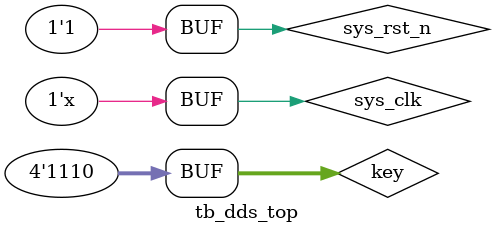
<source format=v>
`timescale 1ns/1ns
module tb_dds_top();

reg         sys_clk;
reg         sys_rst_n;
reg [3:0]   key     ;


wire [7:0]  dac_data;
wire        dac_clk;

initial
    begin
        sys_clk     <= 1'b1;
        sys_rst_n   <= 1'b0;
        key    <= 4'b1111;
        #200
        sys_rst_n   <= 1'b1;
        #10000
        key    <= 4'b1110;
        #8000000       // make sure the time here is longer than the period
        key    <= 4'b1101;
        #8000000
        key    <= 4'b1011;
        #8000000
        key    <= 4'b0111;
        #8000000
        key    <= 4'b1110;
    
    end
    
    
always #10 sys_clk <= ~sys_clk;
    
    
dds dds_top_inst
(
    .sys_clk    (sys_clk  ),
    .sys_rst_n  (sys_rst_n),
    .key        (key      ),
                 
    .dac_clk    (dac_clk  ),
    .dac_data   (dac_data )

);  
    
    

endmodule
</source>
